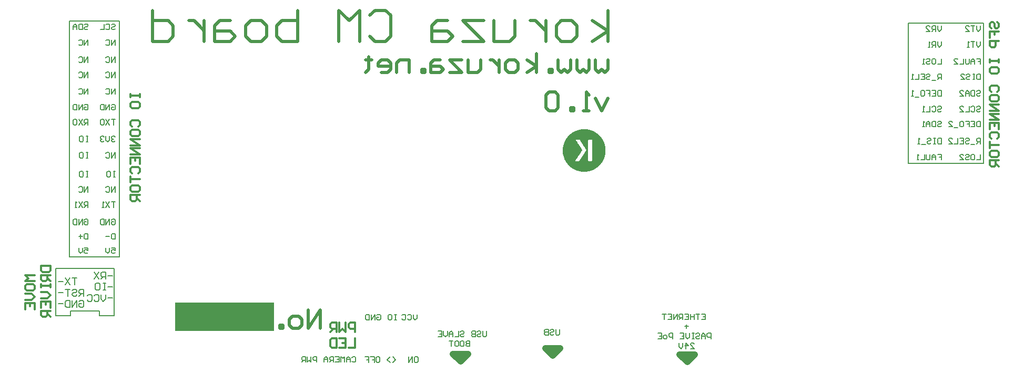
<source format=gbo>
G04 Layer_Color=32896*
%FSAX25Y25*%
%MOIN*%
G70*
G01*
G75*
%ADD51C,0.01181*%
%ADD52C,0.01969*%
%ADD64C,0.03937*%
%ADD140C,0.00100*%
%ADD141C,0.00787*%
%ADD208R,0.62750X0.18000*%
D51*
X1205147Y0323178D02*
X1204163Y0324162D01*
Y0326130D01*
X1205147Y0327114D01*
X1206131D01*
X1207115Y0326130D01*
Y0324162D01*
X1208099Y0323178D01*
X1209083D01*
X1210067Y0324162D01*
Y0326130D01*
X1209083Y0327114D01*
X1204163Y0317275D02*
Y0321211D01*
X1207115D01*
Y0319243D01*
Y0321211D01*
X1210067D01*
Y0315307D02*
X1204163D01*
Y0312355D01*
X1205147Y0311371D01*
X1207115D01*
X1208099Y0312355D01*
Y0315307D01*
X1204163Y0303500D02*
Y0301532D01*
Y0302516D01*
X1210067D01*
Y0303500D01*
Y0301532D01*
X1204163Y0295628D02*
Y0297596D01*
X1205147Y0298580D01*
X1209083D01*
X1210067Y0297596D01*
Y0295628D01*
X1209083Y0294644D01*
X1205147D01*
X1204163Y0295628D01*
X1205147Y0282837D02*
X1204163Y0283821D01*
Y0285789D01*
X1205147Y0286773D01*
X1209083D01*
X1210067Y0285789D01*
Y0283821D01*
X1209083Y0282837D01*
X1204163Y0277918D02*
Y0279885D01*
X1205147Y0280869D01*
X1209083D01*
X1210067Y0279885D01*
Y0277918D01*
X1209083Y0276934D01*
X1205147D01*
X1204163Y0277918D01*
X1210067Y0274966D02*
X1204163D01*
X1210067Y0271030D01*
X1204163D01*
X1210067Y0269062D02*
X1204163D01*
X1210067Y0265126D01*
X1204163D01*
Y0259223D02*
Y0263158D01*
X1210067D01*
Y0259223D01*
X1207115Y0263158D02*
Y0261191D01*
X1205147Y0253319D02*
X1204163Y0254303D01*
Y0256271D01*
X1205147Y0257255D01*
X1209083D01*
X1210067Y0256271D01*
Y0254303D01*
X1209083Y0253319D01*
X1204163Y0251351D02*
Y0247415D01*
Y0249383D01*
X1210067D01*
X1204163Y0242496D02*
Y0244464D01*
X1205147Y0245448D01*
X1209083D01*
X1210067Y0244464D01*
Y0242496D01*
X1209083Y0241512D01*
X1205147D01*
X1204163Y0242496D01*
X1210067Y0239544D02*
X1204163D01*
Y0236592D01*
X1205147Y0235608D01*
X1207115D01*
X1208099Y0236592D01*
Y0239544D01*
Y0237576D02*
X1210067Y0235608D01*
X0659634Y0281541D02*
Y0279573D01*
Y0280557D01*
X0665537D01*
Y0281541D01*
Y0279573D01*
X0659634Y0273670D02*
Y0275638D01*
X0660618Y0276622D01*
X0664553D01*
X0665537Y0275638D01*
Y0273670D01*
X0664553Y0272686D01*
X0660618D01*
X0659634Y0273670D01*
X0660618Y0260879D02*
X0659634Y0261863D01*
Y0263830D01*
X0660618Y0264814D01*
X0664553D01*
X0665537Y0263830D01*
Y0261863D01*
X0664553Y0260879D01*
X0659634Y0255959D02*
Y0257927D01*
X0660618Y0258911D01*
X0664553D01*
X0665537Y0257927D01*
Y0255959D01*
X0664553Y0254975D01*
X0660618D01*
X0659634Y0255959D01*
X0665537Y0253007D02*
X0659634D01*
X0665537Y0249072D01*
X0659634D01*
X0665537Y0247104D02*
X0659634D01*
X0665537Y0243168D01*
X0659634D01*
Y0237264D02*
Y0241200D01*
X0665537D01*
Y0237264D01*
X0662586Y0241200D02*
Y0239232D01*
X0660618Y0231361D02*
X0659634Y0232345D01*
Y0234313D01*
X0660618Y0235296D01*
X0664553D01*
X0665537Y0234313D01*
Y0232345D01*
X0664553Y0231361D01*
X0659634Y0229393D02*
Y0225457D01*
Y0227425D01*
X0665537D01*
X0659634Y0220537D02*
Y0222505D01*
X0660618Y0223489D01*
X0664553D01*
X0665537Y0222505D01*
Y0220537D01*
X0664553Y0219553D01*
X0660618D01*
X0659634Y0220537D01*
X0665537Y0217586D02*
X0659634D01*
Y0214634D01*
X0660618Y0213650D01*
X0662586D01*
X0663569Y0214634D01*
Y0217586D01*
Y0215618D02*
X0665537Y0213650D01*
X0598898Y0166710D02*
X0592994D01*
X0594962Y0164743D01*
X0592994Y0162775D01*
X0598898D01*
X0592994Y0157855D02*
Y0159823D01*
X0593978Y0160807D01*
X0597914D01*
X0598898Y0159823D01*
Y0157855D01*
X0597914Y0156871D01*
X0593978D01*
X0592994Y0157855D01*
Y0154903D02*
X0596930D01*
X0598898Y0152936D01*
X0596930Y0150968D01*
X0592994D01*
Y0145064D02*
Y0149000D01*
X0598898D01*
Y0145064D01*
X0595946Y0149000D02*
Y0147032D01*
X0602913Y0172614D02*
X0608817D01*
Y0169662D01*
X0607833Y0168678D01*
X0603897D01*
X0602913Y0169662D01*
Y0172614D01*
X0608817Y0166710D02*
X0602913D01*
Y0163759D01*
X0603897Y0162775D01*
X0605865D01*
X0606849Y0163759D01*
Y0166710D01*
Y0164743D02*
X0608817Y0162775D01*
X0602913Y0160807D02*
Y0158839D01*
Y0159823D01*
X0608817D01*
Y0160807D01*
Y0158839D01*
X0602913Y0155887D02*
X0606849D01*
X0608817Y0153919D01*
X0606849Y0151952D01*
X0602913D01*
Y0146048D02*
Y0149984D01*
X0608817D01*
Y0146048D01*
X0605865Y0149984D02*
Y0148016D01*
X0608817Y0144080D02*
X0602913D01*
Y0141128D01*
X0603897Y0140144D01*
X0605865D01*
X0606849Y0141128D01*
Y0144080D01*
Y0142112D02*
X0608817Y0140144D01*
X0801921Y0130525D02*
Y0136429D01*
X0798969D01*
X0797986Y0135445D01*
Y0133477D01*
X0798969Y0132493D01*
X0801921D01*
X0796018Y0136429D02*
Y0130525D01*
X0794050Y0132493D01*
X0792082Y0130525D01*
Y0136429D01*
X0790114Y0130525D02*
Y0136429D01*
X0787162D01*
X0786178Y0135445D01*
Y0133477D01*
X0787162Y0132493D01*
X0790114D01*
X0788146D02*
X0786178Y0130525D01*
X0801921Y0126510D02*
Y0120606D01*
X0797986D01*
X0792082Y0126510D02*
X0796018D01*
Y0120606D01*
X0792082D01*
X0796018Y0123558D02*
X0794050D01*
X0790114Y0126510D02*
Y0120606D01*
X0787162D01*
X0786178Y0121590D01*
Y0125526D01*
X0787162Y0126510D01*
X0790114D01*
D52*
X0962248Y0278917D02*
X0958312Y0271045D01*
X0954377Y0278917D01*
X0950441Y0271045D02*
X0946505D01*
X0948473D01*
Y0282852D01*
X0950441Y0280885D01*
X0940602Y0271045D02*
Y0273013D01*
X0938634D01*
Y0271045D01*
X0940602D01*
X0930762Y0280885D02*
X0928794Y0282852D01*
X0924858D01*
X0922891Y0280885D01*
Y0273013D01*
X0924858Y0271045D01*
X0928794D01*
X0930762Y0273013D01*
Y0280885D01*
X0962248Y0303167D02*
Y0297263D01*
X0960280Y0295295D01*
X0958312Y0297263D01*
X0956344Y0295295D01*
X0954377Y0297263D01*
Y0303167D01*
X0950441D02*
Y0297263D01*
X0948473Y0295295D01*
X0946505Y0297263D01*
X0944537Y0295295D01*
X0942569Y0297263D01*
Y0303167D01*
X0938634D02*
Y0297263D01*
X0936666Y0295295D01*
X0934698Y0297263D01*
X0932730Y0295295D01*
X0930762Y0297263D01*
Y0303167D01*
X0926826Y0295295D02*
Y0297263D01*
X0924858D01*
Y0295295D01*
X0926826D01*
X0916987D02*
Y0307102D01*
Y0299231D02*
X0911084Y0303167D01*
X0916987Y0299231D02*
X0911084Y0295295D01*
X0903212D02*
X0899276D01*
X0897308Y0297263D01*
Y0301199D01*
X0899276Y0303167D01*
X0903212D01*
X0905180Y0301199D01*
Y0297263D01*
X0903212Y0295295D01*
X0893373Y0303167D02*
Y0295295D01*
Y0299231D01*
X0891405Y0301199D01*
X0889437Y0303167D01*
X0887469D01*
X0881565D02*
Y0297263D01*
X0879598Y0295295D01*
X0873694D01*
Y0303167D01*
X0869758D02*
X0861887D01*
X0869758Y0295295D01*
X0861887D01*
X0855983Y0303167D02*
X0852048D01*
X0850080Y0301199D01*
Y0295295D01*
X0855983D01*
X0857951Y0297263D01*
X0855983Y0299231D01*
X0850080D01*
X0846144Y0295295D02*
Y0297263D01*
X0844176D01*
Y0295295D01*
X0846144D01*
X0836304D02*
Y0303167D01*
X0830401D01*
X0828433Y0301199D01*
Y0295295D01*
X0818594D02*
X0822529D01*
X0824497Y0297263D01*
Y0301199D01*
X0822529Y0303167D01*
X0818594D01*
X0816626Y0301199D01*
Y0299231D01*
X0824497D01*
X0810722Y0305135D02*
Y0303167D01*
X0812690D01*
X0808754D01*
X0810722D01*
Y0297263D01*
X0808754Y0295295D01*
X0962248Y0315045D02*
Y0334724D01*
Y0321605D02*
X0952409Y0328164D01*
X0962248Y0321605D02*
X0952409Y0315045D01*
X0939289D02*
X0932730D01*
X0929450Y0318325D01*
Y0324885D01*
X0932730Y0328164D01*
X0939289D01*
X0942569Y0324885D01*
Y0318325D01*
X0939289Y0315045D01*
X0922891Y0328164D02*
Y0315045D01*
Y0321605D01*
X0919611Y0324885D01*
X0916331Y0328164D01*
X0913051D01*
X0903212D02*
Y0318325D01*
X0899932Y0315045D01*
X0890093D01*
Y0328164D01*
X0883533D02*
X0870414D01*
X0883533Y0315045D01*
X0870414D01*
X0860575Y0328164D02*
X0854015D01*
X0850735Y0324885D01*
Y0315045D01*
X0860575D01*
X0863855Y0318325D01*
X0860575Y0321605D01*
X0850735D01*
X0811378Y0331444D02*
X0814658Y0334724D01*
X0821218D01*
X0824497Y0331444D01*
Y0318325D01*
X0821218Y0315045D01*
X0814658D01*
X0811378Y0318325D01*
X0804819Y0315045D02*
Y0334724D01*
X0798259Y0328164D01*
X0791699Y0334724D01*
Y0315045D01*
X0765461Y0334724D02*
Y0315045D01*
X0755622D01*
X0752342Y0318325D01*
Y0321605D01*
Y0324885D01*
X0755622Y0328164D01*
X0765461D01*
X0742503Y0315045D02*
X0735943D01*
X0732663Y0318325D01*
Y0324885D01*
X0735943Y0328164D01*
X0742503D01*
X0745783Y0324885D01*
Y0318325D01*
X0742503Y0315045D01*
X0722824Y0328164D02*
X0716264D01*
X0712985Y0324885D01*
Y0315045D01*
X0722824D01*
X0726104Y0318325D01*
X0722824Y0321605D01*
X0712985D01*
X0706425Y0328164D02*
Y0315045D01*
Y0321605D01*
X0703145Y0324885D01*
X0699866Y0328164D01*
X0696586D01*
X0673627Y0334724D02*
Y0315045D01*
X0683467D01*
X0686747Y0318325D01*
Y0324885D01*
X0683467Y0328164D01*
X0673627D01*
X0779998Y0132795D02*
Y0144602D01*
X0772126Y0132795D01*
Y0144602D01*
X0766223Y0132795D02*
X0762287D01*
X0760319Y0134763D01*
Y0138699D01*
X0762287Y0140667D01*
X0766223D01*
X0768191Y0138699D01*
Y0134763D01*
X0766223Y0132795D01*
X0756384D02*
Y0134763D01*
X0754416D01*
Y0132795D01*
X0756384D01*
D64*
X1007748Y0116295D02*
X1012498Y0111545D01*
X1017248Y0116295D01*
X1007748D02*
X1017248D01*
X0864055Y0116634D02*
X0873555D01*
X0868805Y0111884D02*
X0873555Y0116634D01*
X0864055D02*
X0868805Y0111884D01*
X0922466Y0120238D02*
X0927217Y0115488D01*
X0931966Y0120238D01*
X0922466D02*
X0931966D01*
D140*
X0952248Y0233595D02*
X0952348D01*
X0951448Y0233295D02*
X0951548D01*
X0950448Y0232995D02*
X0950548D01*
X0948348Y0232595D02*
X0948448D01*
X0948148D02*
X0948248D01*
X0947148Y0232495D02*
X0947248D01*
X0947148Y0243795D02*
X0949348D01*
X0946948Y0243695D02*
X0949348D01*
X0947048Y0243595D02*
X0949348D01*
X0946848Y0243495D02*
X0949348D01*
X0946948Y0243395D02*
X0949348D01*
X0946748D02*
X0946848D01*
X0946748Y0243295D02*
X0949348D01*
X0946748Y0243195D02*
X0949348D01*
X0946648Y0243095D02*
X0949348D01*
X0946548Y0242995D02*
X0949348D01*
X0946548Y0242895D02*
X0949348D01*
X0946448Y0242795D02*
X0949348D01*
X0946448Y0249595D02*
X0949348D01*
X0946448Y0249495D02*
X0949348D01*
X0946548Y0249395D02*
X0949348D01*
X0946648Y0249295D02*
X0949348D01*
X0946648Y0249195D02*
X0949348D01*
X0946748Y0249095D02*
X0949348D01*
X0946748Y0248995D02*
X0949348D01*
X0946848Y0248895D02*
X0949348D01*
X0946948Y0248795D02*
X0949348D01*
X0946948Y0248695D02*
X0949348D01*
X0947048Y0248595D02*
X0949348D01*
X0947148Y0248495D02*
X0949348D01*
X0947148Y0248395D02*
X0949348D01*
X0947248Y0248295D02*
X0949348D01*
X0947348Y0248195D02*
X0949348D01*
X0947348Y0248095D02*
X0949348D01*
X0947448Y0247995D02*
X0949348D01*
X0947448Y0247895D02*
X0949348D01*
X0947448Y0247795D02*
X0949348D01*
X0947648Y0247695D02*
X0949348D01*
X0947748Y0247595D02*
X0949348D01*
X0947648Y0247495D02*
X0949348D01*
X0947848Y0247395D02*
X0949348D01*
X0947948Y0247295D02*
X0949348D01*
X0947848Y0247195D02*
X0949348D01*
X0948048Y0247095D02*
X0949348D01*
X0948048Y0246995D02*
X0949348D01*
X0948148Y0246895D02*
X0949348D01*
X0948148Y0246795D02*
X0949348D01*
X0948248Y0246695D02*
X0949348D01*
X0948348Y0246595D02*
X0949348D01*
X0948348Y0246495D02*
X0949348D01*
X0948448Y0246395D02*
X0949348D01*
X0948448Y0246295D02*
X0949348D01*
X0948448Y0246195D02*
X0949348D01*
X0948548Y0246095D02*
X0949348D01*
X0948448Y0245995D02*
X0949348D01*
X0948448Y0245895D02*
X0949348D01*
X0948348Y0245795D02*
X0949348D01*
X0948348Y0245695D02*
X0949348D01*
X0948348Y0245595D02*
X0949348D01*
X0948148Y0245495D02*
X0949348D01*
X0948248Y0245395D02*
X0949348D01*
X0948048D02*
X0948148D01*
Y0245295D02*
X0949348D01*
X0947948Y0245195D02*
X0949348D01*
X0948048Y0245095D02*
X0949348D01*
X0947848D02*
X0947948D01*
X0947848Y0244995D02*
X0949348D01*
X0947748Y0244895D02*
X0949348D01*
X0947748Y0244795D02*
X0949348D01*
X0947648Y0244695D02*
X0949348D01*
X0947548Y0244595D02*
X0949348D01*
X0947648Y0244495D02*
X0949348D01*
X0947448D02*
X0947548D01*
Y0244395D02*
X0949348D01*
X0947448Y0244295D02*
X0949348D01*
X0947348Y0244195D02*
X0949348D01*
X0947248Y0244095D02*
X0949348D01*
X0947248Y0243995D02*
X0949348D01*
X0946948Y0259295D02*
X0947048D01*
X0948148Y0259195D02*
X0948248D01*
X0949148Y0259095D02*
X0949248D01*
X0950848Y0258695D02*
X0950948D01*
X0951748Y0258395D02*
X0951848D01*
X0951648Y0252795D02*
X0951748D01*
X0951448D02*
X0951548D01*
X0951248D02*
X0951348D01*
X0950848D02*
X0950948D01*
X0950648D02*
X0950748D01*
X0950248D02*
X0950348D01*
X0950048D02*
X0950148D01*
X0949648D02*
X0949748D01*
X0943048Y0233095D02*
X0943148D01*
X0944848Y0232695D02*
X0944948D01*
X0945648Y0232595D02*
X0945748D01*
X0943948Y0243695D02*
X0944048D01*
X0942348Y0241295D02*
X0942448D01*
X0945248Y0251295D02*
X0945348D01*
X0945948Y0250195D02*
X0946048D01*
X0944148Y0248395D02*
X0944248D01*
X0944748Y0247495D02*
X0944848D01*
X0945748Y0259195D02*
X0945848D01*
X0944848Y0259095D02*
X0944948D01*
X0943848Y0258895D02*
X0943948D01*
X0944048Y0252795D02*
X0944148D01*
X0943748D02*
X0943948D01*
X0943548D02*
X0943648D01*
X0943248D02*
X0943348D01*
X0942948D02*
X0943148D01*
X0942648D02*
X0942748D01*
X0942148D02*
X0942548D01*
X0941848D02*
X0942048D01*
X0941648D02*
X0941748D01*
X0947148Y0243895D02*
X0949348D01*
X0938248Y0235795D02*
X0955748D01*
X0938348Y0235695D02*
X0955648D01*
X0938448Y0235595D02*
X0955548D01*
X0938648Y0235495D02*
X0955348D01*
X0938648Y0235395D02*
X0955248D01*
X0938848Y0235295D02*
X0955148D01*
X0938948Y0235195D02*
X0955048D01*
X0939148Y0235095D02*
X0954848D01*
X0939348Y0234995D02*
X0954748D01*
X0939348Y0234895D02*
X0954548D01*
X0939548Y0234795D02*
X0954548D01*
X0939648Y0234695D02*
X0954248D01*
X0939848Y0234595D02*
X0954148D01*
X0940048Y0234495D02*
X0953948D01*
X0940148Y0234395D02*
X0953748D01*
X0940348Y0234295D02*
X0953648D01*
X0940548Y0234195D02*
X0953548D01*
X0940748Y0234095D02*
X0953248D01*
X0940848Y0233995D02*
X0953148D01*
X0941048Y0233895D02*
X0952848D01*
X0941348Y0233795D02*
X0952748D01*
X0941548Y0233695D02*
X0952448D01*
X0941748Y0233595D02*
X0952148D01*
X0941948Y0233495D02*
X0952048D01*
X0942248Y0233395D02*
X0951648D01*
X0942548Y0233295D02*
X0951348D01*
X0942848Y0233195D02*
X0951148D01*
X0943248Y0233095D02*
X0950748D01*
X0943548Y0232995D02*
X0950348D01*
X0943948Y0232895D02*
X0950048D01*
X0944348Y0232795D02*
X0949648D01*
X0945048Y0232695D02*
X0948948D01*
X0945948Y0232595D02*
X0948048D01*
X0933848Y0243795D02*
X0944048D01*
X0933748Y0243695D02*
X0943848D01*
X0933848Y0243595D02*
X0943848D01*
X0933848Y0243495D02*
X0943748D01*
X0933848Y0243395D02*
X0943848D01*
X0933848Y0243295D02*
X0943648D01*
X0933948Y0243195D02*
X0943548D01*
X0933948Y0243095D02*
X0943648D01*
X0933948Y0242995D02*
X0943548D01*
X0933948Y0242895D02*
X0943348D01*
X0934048Y0242795D02*
X0943448D01*
X0946348Y0242695D02*
X0949348D01*
X0933948D02*
X0943248D01*
X0946348Y0242595D02*
X0949348D01*
X0934048D02*
X0943248D01*
X0946248Y0242495D02*
X0949348D01*
X0934048D02*
X0943148D01*
X0946148Y0242395D02*
X0949348D01*
X0934148D02*
X0943048D01*
X0946148Y0242295D02*
X0949348D01*
X0934148D02*
X0943048D01*
X0946048Y0242195D02*
X0949348D01*
X0934148D02*
X0942948D01*
X0945948Y0242095D02*
X0949348D01*
X0934248D02*
X0942848D01*
X0946048Y0241995D02*
X0949348D01*
X0934148D02*
X0942848D01*
X0945848Y0241895D02*
X0949348D01*
X0934248D02*
X0942748D01*
X0945848Y0241795D02*
X0949348D01*
X0934248D02*
X0942748D01*
X0945748Y0241695D02*
X0949348D01*
X0934348D02*
X0942548D01*
X0945648Y0241595D02*
X0949348D01*
X0934348D02*
X0942648D01*
X0945548Y0241495D02*
X0949348D01*
X0934448D02*
X0942448D01*
X0945548Y0241395D02*
X0949348D01*
X0934448D02*
X0942448D01*
X0945548Y0241295D02*
X0949348D01*
X0934448D02*
X0942248D01*
X0945348Y0241195D02*
X0949348D01*
X0934548D02*
X0942248D01*
X0945348Y0241095D02*
X0949348D01*
X0934448D02*
X0942248D01*
X0945348Y0240995D02*
X0949348D01*
X0934548D02*
X0942148D01*
X0945148Y0240895D02*
X0949348D01*
X0934648D02*
X0942148D01*
X0945148Y0240795D02*
X0949348D01*
X0934648D02*
X0941948D01*
X0945148Y0240695D02*
X0949348D01*
X0934648D02*
X0941948D01*
X0944948Y0240595D02*
X0949348D01*
X0934748D02*
X0941848D01*
X0945048Y0240495D02*
X0949348D01*
X0934748D02*
X0941848D01*
X0944848Y0240395D02*
X0949348D01*
X0934748D02*
X0941748D01*
X0944948Y0240295D02*
X0949348D01*
X0934848D02*
X0941648D01*
X0944848Y0240195D02*
X0949348D01*
X0934848D02*
X0941648D01*
X0944648Y0240095D02*
X0949348D01*
X0934948D02*
X0941548D01*
X0944548Y0239995D02*
X0949348D01*
X0935048D02*
X0941548D01*
X0944648Y0239895D02*
X0949348D01*
X0935048D02*
X0941448D01*
X0944548Y0239795D02*
X0949348D01*
X0935048D02*
X0941348D01*
X0944448Y0239695D02*
X0949348D01*
X0935148D02*
X0941248D01*
X0944348Y0239595D02*
X0949348D01*
X0935248D02*
X0941248D01*
X0944348Y0239495D02*
X0949348D01*
X0935248D02*
X0941148D01*
X0944248Y0239395D02*
X0949348D01*
X0935348D02*
X0941148D01*
X0944148Y0239295D02*
X0949348D01*
X0935348D02*
X0941048D01*
X0944148Y0239195D02*
X0949348D01*
X0935448D02*
X0941048D01*
X0943848Y0239095D02*
X0949448D01*
X0935448D02*
X0941148D01*
X0943748Y0238995D02*
X0949648D01*
X0935448D02*
X0941248D01*
X0935748Y0238695D02*
X0958248D01*
X0935848Y0238595D02*
X0958148D01*
X0935848Y0238495D02*
X0958148D01*
X0935848Y0238395D02*
X0958148D01*
X0936048Y0238295D02*
X0957948D01*
X0936048Y0238195D02*
X0957948D01*
X0936148Y0238095D02*
X0957948D01*
X0936248Y0237995D02*
X0957748D01*
X0936248Y0237895D02*
X0957748D01*
X0936348Y0237795D02*
X0957648D01*
X0936448Y0237695D02*
X0957548D01*
X0936548Y0237595D02*
X0957448D01*
X0936548Y0237495D02*
X0957348D01*
X0936648Y0237395D02*
X0957348D01*
X0936748Y0237295D02*
X0957248D01*
X0936848Y0237195D02*
X0957148D01*
X0936948Y0237095D02*
X0957148D01*
X0937048Y0236995D02*
X0956948D01*
X0937148Y0236895D02*
X0956848D01*
X0937148Y0236795D02*
X0956748D01*
X0937348Y0236695D02*
X0956748D01*
X0937348Y0236595D02*
X0956548D01*
X0937448Y0236495D02*
X0956548D01*
X0937548Y0236395D02*
X0956348D01*
X0937748Y0236295D02*
X0956348D01*
X0937848Y0236195D02*
X0956148D01*
X0937948Y0236095D02*
X0956148D01*
X0937948Y0235995D02*
X0955948D01*
X0945048Y0251795D02*
X0949348D01*
X0934948D02*
X0941848D01*
X0945048Y0251695D02*
X0949348D01*
X0934948D02*
X0942048D01*
X0945148Y0251595D02*
X0949348D01*
X0934948D02*
X0942048D01*
X0945148Y0251495D02*
X0949348D01*
X0934848D02*
X0942148D01*
X0945348Y0251395D02*
X0949348D01*
X0934748D02*
X0942248D01*
X0945448Y0251295D02*
X0949348D01*
X0934748D02*
X0942148D01*
X0945348Y0251195D02*
X0949348D01*
X0934748D02*
X0942348D01*
X0945448Y0251095D02*
X0949348D01*
X0934648D02*
X0942448D01*
X0945548Y0250995D02*
X0949348D01*
X0934648D02*
X0942548D01*
X0945548Y0250895D02*
X0949348D01*
X0934548D02*
X0942448D01*
X0945648Y0250795D02*
X0949348D01*
X0934548D02*
X0942548D01*
X0945748Y0250695D02*
X0949348D01*
X0934548D02*
X0942648D01*
X0945748Y0250595D02*
X0949348D01*
X0934548D02*
X0942748D01*
X0945848Y0250495D02*
X0949348D01*
X0934448D02*
X0942748D01*
X0945948Y0250395D02*
X0949348D01*
X0934448D02*
X0942848D01*
X0945948Y0250295D02*
X0949348D01*
X0934348D02*
X0942948D01*
X0946148Y0250195D02*
X0949348D01*
X0934348D02*
X0942948D01*
X0946048Y0250095D02*
X0949348D01*
X0934348D02*
X0943048D01*
X0946148Y0249995D02*
X0949348D01*
X0934248D02*
X0943148D01*
X0946248Y0249895D02*
X0949348D01*
X0934248D02*
X0943148D01*
X0946248Y0249795D02*
X0949348D01*
X0934248D02*
X0943248D01*
X0946348Y0249695D02*
X0949348D01*
X0934148D02*
X0943348D01*
X0934148Y0249595D02*
X0943348D01*
X0934148Y0249495D02*
X0943448D01*
X0934148Y0249395D02*
X0943448D01*
X0934048Y0249295D02*
X0943648D01*
X0934048Y0249195D02*
X0943648D01*
X0934048Y0249095D02*
X0943648D01*
X0934048Y0248995D02*
X0943748D01*
X0933948Y0248895D02*
X0943848D01*
X0933948Y0248795D02*
X0943948D01*
X0933948Y0248695D02*
X0943948D01*
X0933948Y0248595D02*
X0944048D01*
X0933848Y0248495D02*
X0944148D01*
X0933848Y0248395D02*
X0944048D01*
X0933848Y0248295D02*
X0944148D01*
X0933848Y0248195D02*
X0944348D01*
X0933848Y0248095D02*
X0944248D01*
X0933748Y0247995D02*
X0944448D01*
X0933848Y0247895D02*
X0944548D01*
X0933748Y0247795D02*
X0944548D01*
X0933748Y0247695D02*
X0944648D01*
X0933748Y0247595D02*
X0944648D01*
X0933748Y0247495D02*
X0944648D01*
X0933748Y0247395D02*
X0944848D01*
X0933748Y0247295D02*
X0944848D01*
X0933648Y0247195D02*
X0944948D01*
X0933748Y0247095D02*
X0945048D01*
X0933748Y0246995D02*
X0945048D01*
X0933648Y0246895D02*
X0945148D01*
X0933648Y0246795D02*
X0945248D01*
X0933648Y0246695D02*
X0945248D01*
X0933648Y0246595D02*
X0945348D01*
X0933648Y0246495D02*
X0945348D01*
X0933648Y0246395D02*
X0945448D01*
X0933648Y0246295D02*
X0945548D01*
X0933548Y0246195D02*
X0945648D01*
X0933648Y0246095D02*
X0945548D01*
X0933648Y0245995D02*
X0945448D01*
X0933648Y0245895D02*
X0945448D01*
X0933648Y0245795D02*
X0945348D01*
X0933548Y0245695D02*
X0945248D01*
X0933648Y0245595D02*
X0945248D01*
X0933648Y0245495D02*
X0945148D01*
X0933648Y0245395D02*
X0945048D01*
X0933648Y0245295D02*
X0945048D01*
X0933648Y0245195D02*
X0944948D01*
X0933648Y0245095D02*
X0944848D01*
X0933648Y0244995D02*
X0944848D01*
X0933648Y0244895D02*
X0944748D01*
X0933748Y0244795D02*
X0944648D01*
X0933748Y0244695D02*
X0944648D01*
X0933748Y0244595D02*
X0944548D01*
X0933748Y0244495D02*
X0944448D01*
X0933748Y0244395D02*
X0944448D01*
X0933748Y0244295D02*
X0944348D01*
X0933748Y0244195D02*
X0944348D01*
X0933748Y0244095D02*
X0944148D01*
X0933748Y0243995D02*
X0944248D01*
X0945948Y0259195D02*
X0948048D01*
X0945048Y0259095D02*
X0948948D01*
X0944348Y0258995D02*
X0949648D01*
X0944048Y0258895D02*
X0950048D01*
X0943548Y0258795D02*
X0950448D01*
X0943148Y0258695D02*
X0950748D01*
X0942848Y0258595D02*
X0951148D01*
X0942648Y0258495D02*
X0951448D01*
X0942248Y0258395D02*
X0951648D01*
X0941948Y0258295D02*
X0951948D01*
X0941748Y0258195D02*
X0952248D01*
X0941548Y0258095D02*
X0952448D01*
X0941348Y0257995D02*
X0952648D01*
X0941048Y0257895D02*
X0952948D01*
X0940948Y0257795D02*
X0953148D01*
X0940748Y0257695D02*
X0953348D01*
X0940548Y0257595D02*
X0953448D01*
X0940248Y0257495D02*
X0953648D01*
X0940148Y0257395D02*
X0953848D01*
X0940048Y0257295D02*
X0953948D01*
X0939848Y0257195D02*
X0954148D01*
X0939648Y0257095D02*
X0954348D01*
X0939548Y0256995D02*
X0954448D01*
X0939348Y0256895D02*
X0954548D01*
X0939248Y0256795D02*
X0954748D01*
X0939148Y0256695D02*
X0954848D01*
X0938948Y0256595D02*
X0955048D01*
X0938848Y0256495D02*
X0955148D01*
X0938748Y0256395D02*
X0955348D01*
X0938548Y0256295D02*
X0955348D01*
X0938448Y0256195D02*
X0955448D01*
X0938348Y0256095D02*
X0955648D01*
X0938248Y0255995D02*
X0955848D01*
X0938148Y0255895D02*
X0955848D01*
X0937948Y0255795D02*
X0955948D01*
X0937948Y0255695D02*
X0956048D01*
X0937848Y0255595D02*
X0956248D01*
X0937648Y0255495D02*
X0956348D01*
X0937648Y0255395D02*
X0956348D01*
X0937448Y0255295D02*
X0956548D01*
X0937348Y0255195D02*
X0956548D01*
X0937348Y0255095D02*
X0956748D01*
X0937148Y0254995D02*
X0956848D01*
X0937148Y0254895D02*
X0956848D01*
X0937048Y0254795D02*
X0956948D01*
X0936948Y0254695D02*
X0957048D01*
X0936848Y0254595D02*
X0957148D01*
X0936748Y0254495D02*
X0957148D01*
X0936648Y0254395D02*
X0957348D01*
X0936548Y0254295D02*
X0957448D01*
X0936548Y0254195D02*
X0957448D01*
X0936448Y0254095D02*
X0957648D01*
X0936348Y0253995D02*
X0957648D01*
X0936348Y0253895D02*
X0957648D01*
X0936248Y0253795D02*
X0957848D01*
X0936048Y0253695D02*
X0957848D01*
X0936048Y0253595D02*
X0957848D01*
X0936048Y0253495D02*
X0958048D01*
X0935948Y0253395D02*
X0958048D01*
X0935848Y0253295D02*
X0958148D01*
X0935748Y0253195D02*
X0958248D01*
X0935748Y0253095D02*
X0958248D01*
X0944248Y0252795D02*
X0949548D01*
X0935548D02*
X0941548D01*
X0944448Y0252695D02*
X0949448D01*
X0935448D02*
X0941448D01*
X0944448Y0252595D02*
X0949348D01*
X0935448D02*
X0941448D01*
X0944648Y0252495D02*
X0949348D01*
X0935348D02*
X0941448D01*
X0944748Y0252395D02*
X0949348D01*
X0935348D02*
X0941548D01*
X0944648Y0252295D02*
X0949348D01*
X0935248D02*
X0941648D01*
X0944748Y0252195D02*
X0949348D01*
X0935148D02*
X0941648D01*
X0944848Y0252095D02*
X0949348D01*
X0935148D02*
X0941748D01*
X0944848Y0251995D02*
X0949348D01*
X0935148D02*
X0941748D01*
X0938148Y0235895D02*
X0955948D01*
X0945048Y0251895D02*
X0949348D01*
X0935048D02*
X0941848D01*
X0933848Y0243895D02*
X0944048D01*
X0952248Y0243795D02*
X0960148D01*
X0952248Y0243695D02*
X0960148D01*
X0952148Y0243595D02*
X0960148D01*
X0952248Y0243495D02*
X0960148D01*
X0952248Y0243395D02*
X0960148D01*
X0952248Y0243295D02*
X0960048D01*
X0952148Y0243195D02*
X0960048D01*
X0952248Y0243095D02*
X0960148D01*
X0952248Y0242995D02*
X0960048D01*
X0952248Y0242895D02*
X0960048D01*
X0952148Y0242795D02*
X0960048D01*
X0952248Y0242695D02*
X0959948D01*
X0952148Y0242595D02*
X0959948D01*
X0952248Y0242495D02*
X0959948D01*
X0952248Y0242395D02*
X0959848D01*
X0952148Y0242295D02*
X0959848D01*
X0952248Y0242195D02*
X0959848D01*
X0952248Y0242095D02*
X0959748D01*
X0952148Y0241995D02*
X0959848D01*
X0952248Y0241895D02*
X0959748D01*
X0952248Y0241795D02*
X0959648D01*
X0952148Y0241695D02*
X0959648D01*
X0952248Y0241595D02*
X0959648D01*
X0952248Y0241495D02*
X0959648D01*
X0952248Y0241395D02*
X0959548D01*
X0952248Y0241295D02*
X0959548D01*
X0952148Y0241195D02*
X0959548D01*
X0952248Y0241095D02*
X0959448D01*
X0952248Y0240995D02*
X0959448D01*
X0952248Y0240895D02*
X0959348D01*
X0952148Y0240795D02*
X0959348D01*
X0952248Y0240695D02*
X0959348D01*
X0952148Y0240595D02*
X0959248D01*
X0952248Y0240495D02*
X0959248D01*
X0952248Y0240395D02*
X0959248D01*
X0952148Y0240295D02*
X0959148D01*
X0952248Y0240195D02*
X0959148D01*
X0952248Y0240095D02*
X0959048D01*
X0952148Y0239995D02*
X0958948D01*
X0952248Y0239895D02*
X0958948D01*
X0952248Y0239795D02*
X0958948D01*
X0952248Y0239695D02*
X0958848D01*
X0952148Y0239595D02*
X0958748D01*
X0952248Y0239495D02*
X0958748D01*
X0952248Y0239395D02*
X0958748D01*
X0952148Y0239295D02*
X0958548D01*
X0952148Y0239195D02*
X0958548D01*
X0952048Y0239095D02*
X0958548D01*
X0951948Y0238995D02*
X0958448D01*
X0935648Y0238895D02*
X0958348D01*
X0935648Y0238795D02*
X0958348D01*
X0952248Y0251795D02*
X0958948D01*
X0952248Y0251695D02*
X0959048D01*
X0952148Y0251595D02*
X0959148D01*
X0952248Y0251495D02*
X0959148D01*
X0952248Y0251395D02*
X0959148D01*
X0952248Y0251295D02*
X0959248D01*
X0952148Y0251195D02*
X0959248D01*
X0952248Y0251095D02*
X0959348D01*
X0952248Y0250995D02*
X0959348D01*
X0952248Y0250895D02*
X0959448D01*
X0952148Y0250795D02*
X0959448D01*
X0952248Y0250695D02*
X0959448D01*
X0952148Y0250595D02*
X0959448D01*
X0952248Y0250495D02*
X0959548D01*
X0952248Y0250395D02*
X0959548D01*
X0952148Y0250295D02*
X0959648D01*
X0952248Y0250195D02*
X0959648D01*
X0952248Y0250095D02*
X0959748D01*
X0952148Y0249995D02*
X0959648D01*
X0952248Y0249895D02*
X0959748D01*
X0952248Y0249795D02*
X0959848D01*
X0952248Y0249695D02*
X0959748D01*
X0952148Y0249595D02*
X0959848D01*
X0952248Y0249495D02*
X0959848D01*
X0952248Y0249395D02*
X0959848D01*
X0952248Y0249295D02*
X0959948D01*
X0952148Y0249195D02*
X0959948D01*
X0952248Y0249095D02*
X0959948D01*
X0952148Y0248995D02*
X0959948D01*
X0952248Y0248895D02*
X0960048D01*
X0952248Y0248795D02*
X0960048D01*
X0952148Y0248695D02*
X0960148D01*
X0952248Y0248595D02*
X0960048D01*
X0952248Y0248495D02*
X0960148D01*
X0952148Y0248395D02*
X0960148D01*
X0952248Y0248295D02*
X0960148D01*
X0952248Y0248195D02*
X0960148D01*
X0952248Y0248095D02*
X0960148D01*
X0952148Y0247995D02*
X0960248D01*
X0952248Y0247895D02*
X0960148D01*
X0952248Y0247795D02*
X0960248D01*
X0952248Y0247695D02*
X0960248D01*
X0952148Y0247595D02*
X0960248D01*
X0952248Y0247495D02*
X0960248D01*
X0952148Y0247395D02*
X0960248D01*
X0952248Y0247295D02*
X0960248D01*
X0952248Y0247195D02*
X0960348D01*
X0952148Y0247095D02*
X0960248D01*
X0952248Y0246995D02*
X0960348D01*
X0952248Y0246895D02*
X0960248D01*
X0952148Y0246795D02*
X0960348D01*
X0952248Y0246695D02*
X0960348D01*
X0952248Y0246595D02*
X0960348D01*
X0952248Y0246495D02*
X0960348D01*
X0952148Y0246395D02*
X0960348D01*
X0952248Y0246295D02*
X0960348D01*
X0952248Y0246195D02*
X0960348D01*
X0952248Y0246095D02*
X0960348D01*
X0952148Y0245995D02*
X0960348D01*
X0952248Y0245895D02*
X0960348D01*
X0952148Y0245795D02*
X0960348D01*
X0952248Y0245695D02*
X0960348D01*
X0952248Y0245595D02*
X0960348D01*
X0952148Y0245495D02*
X0960348D01*
X0952248Y0245395D02*
X0960348D01*
X0952248Y0245295D02*
X0960348D01*
X0952148Y0245195D02*
X0960348D01*
X0952248Y0245095D02*
X0960348D01*
X0952248Y0244995D02*
X0960248D01*
X0952248Y0244895D02*
X0960348D01*
X0952148Y0244795D02*
X0960348D01*
X0952248Y0244695D02*
X0960248D01*
X0952248Y0244595D02*
X0960248D01*
X0952248Y0244495D02*
X0960348D01*
X0952148Y0244395D02*
X0960248D01*
X0952248Y0244295D02*
X0960248D01*
X0952148Y0244195D02*
X0960248D01*
X0952248Y0244095D02*
X0960248D01*
X0952248Y0243995D02*
X0960248D01*
X0935648Y0252995D02*
X0958348D01*
X0935648Y0252895D02*
X0958348D01*
X0951848Y0252795D02*
X0958448D01*
X0952148Y0252695D02*
X0958548D01*
X0952148Y0252595D02*
X0958648D01*
X0952248Y0252495D02*
X0958648D01*
X0952248Y0252395D02*
X0958648D01*
X0952148Y0252295D02*
X0958748D01*
X0952248Y0252195D02*
X0958748D01*
X0952148Y0252095D02*
X0958848D01*
X0952248Y0251995D02*
X0958948D01*
X0952248Y0251895D02*
X0958948D01*
X0952148Y0243895D02*
X0960148D01*
D141*
X1152681Y0237589D02*
Y0326589D01*
Y0237589D02*
X1200181D01*
Y0326589D01*
X1152681D02*
X1200181D01*
X0620968Y0178222D02*
Y0327972D01*
Y0178222D02*
X0652468D01*
Y0327972D01*
X0620968D02*
X0652468D01*
X0639998Y0140795D02*
Y0143795D01*
X0636998D02*
X0639998D01*
X0621498D02*
X0624498D01*
X0621498Y0140795D02*
Y0143795D01*
X0639998Y0140795D02*
X0649248D01*
X0612248D02*
X0621498D01*
X0649248D02*
Y0170795D01*
X0624498Y0143795D02*
X0636998D01*
X0612248Y0140795D02*
Y0170795D01*
X0649248D01*
X1021557Y0142046D02*
X1023918D01*
Y0138504D01*
X1021557D01*
X1023918Y0140275D02*
X1022738D01*
X1020376Y0142046D02*
X1018015D01*
X1019196D01*
Y0138504D01*
X1016834Y0142046D02*
Y0138504D01*
Y0140275D01*
X1014473D01*
Y0142046D01*
Y0138504D01*
X1010931Y0142046D02*
X1013292D01*
Y0138504D01*
X1010931D01*
X1013292Y0140275D02*
X1012111D01*
X1009750Y0138504D02*
Y0142046D01*
X1007979D01*
X1007388Y0141455D01*
Y0140275D01*
X1007979Y0139684D01*
X1009750D01*
X1008569D02*
X1007388Y0138504D01*
X1006208D02*
Y0142046D01*
X1003846Y0138504D01*
Y0142046D01*
X1000304D02*
X1002666D01*
Y0138504D01*
X1000304D01*
X1002666Y0140275D02*
X1001485D01*
X0999123Y0142046D02*
X0996762D01*
X0997943D01*
Y0138504D01*
X1013292Y0134134D02*
X1010931D01*
X1012111Y0135315D02*
Y0132954D01*
X1027461Y0126223D02*
Y0129765D01*
X1025690D01*
X1025099Y0129175D01*
Y0127994D01*
X1025690Y0127404D01*
X1027461D01*
X1023918Y0126223D02*
Y0128584D01*
X1022738Y0129765D01*
X1021557Y0128584D01*
Y0126223D01*
Y0127994D01*
X1023918D01*
X1018015Y0129175D02*
X1018605Y0129765D01*
X1019786D01*
X1020376Y0129175D01*
Y0128584D01*
X1019786Y0127994D01*
X1018605D01*
X1018015Y0127404D01*
Y0126813D01*
X1018605Y0126223D01*
X1019786D01*
X1020376Y0126813D01*
X1016834Y0129765D02*
X1015653D01*
X1016244D01*
Y0126223D01*
X1016834D01*
X1015653D01*
X1013882Y0129765D02*
Y0127404D01*
X1012702Y0126223D01*
X1011521Y0127404D01*
Y0129765D01*
X1007979D02*
X1010340D01*
Y0126223D01*
X1007979D01*
X1010340Y0127994D02*
X1009159D01*
X1003256Y0126223D02*
Y0129765D01*
X1001485D01*
X1000894Y0129175D01*
Y0127994D01*
X1001485Y0127404D01*
X1003256D01*
X0999123Y0126223D02*
X0997943D01*
X0997352Y0126813D01*
Y0127994D01*
X0997943Y0128584D01*
X0999123D01*
X0999714Y0127994D01*
Y0126813D01*
X0999123Y0126223D01*
X0993810Y0129765D02*
X0996171D01*
Y0126223D01*
X0993810D01*
X0996171Y0127994D02*
X0994991D01*
X1014473Y0120083D02*
X1016834D01*
X1014473Y0122444D01*
Y0123034D01*
X1015063Y0123625D01*
X1016244D01*
X1016834Y0123034D01*
X1011521Y0120083D02*
Y0123625D01*
X1013292Y0121854D01*
X1010931D01*
X1009750Y0123625D02*
Y0121263D01*
X1008569Y0120083D01*
X1007388Y0121263D01*
Y0123625D01*
X0648211Y0166417D02*
X0645324D01*
X0643881Y0164252D02*
Y0168582D01*
X0641717D01*
X0640995Y0167860D01*
Y0166417D01*
X0641717Y0165696D01*
X0643881D01*
X0642438D02*
X0640995Y0164252D01*
X0639552Y0168582D02*
X0636666Y0164252D01*
Y0168582D02*
X0639552Y0164252D01*
X0648211Y0159332D02*
X0645324D01*
X0643881Y0161497D02*
X0642438D01*
X0643160D01*
Y0157168D01*
X0643881D01*
X0642438D01*
X0638109Y0161497D02*
X0639552D01*
X0640274Y0160775D01*
Y0157889D01*
X0639552Y0157168D01*
X0638109D01*
X0637387Y0157889D01*
Y0160775D01*
X0638109Y0161497D01*
X0648211Y0152247D02*
X0645324D01*
X0643881Y0154412D02*
Y0151526D01*
X0642438Y0150083D01*
X0640995Y0151526D01*
Y0154412D01*
X0636666Y0153690D02*
X0637387Y0154412D01*
X0638830D01*
X0639552Y0153690D01*
Y0150804D01*
X0638830Y0150083D01*
X0637387D01*
X0636666Y0150804D01*
X0632337Y0153690D02*
X0633058Y0154412D01*
X0634501D01*
X0635223Y0153690D01*
Y0150804D01*
X0634501Y0150083D01*
X0633058D01*
X0632337Y0150804D01*
X0625631Y0164832D02*
X0622745D01*
X0624188D01*
Y0160503D01*
X0621302Y0164832D02*
X0618416Y0160503D01*
Y0164832D02*
X0621302Y0160503D01*
X0616973Y0162667D02*
X0614086D01*
X0629961Y0153418D02*
Y0157747D01*
X0627796D01*
X0627074Y0157025D01*
Y0155582D01*
X0627796Y0154861D01*
X0629961D01*
X0628517D02*
X0627074Y0153418D01*
X0622745Y0157025D02*
X0623467Y0157747D01*
X0624910D01*
X0625631Y0157025D01*
Y0156304D01*
X0624910Y0155582D01*
X0623467D01*
X0622745Y0154861D01*
Y0154139D01*
X0623467Y0153418D01*
X0624910D01*
X0625631Y0154139D01*
X0621302Y0157747D02*
X0618416D01*
X0619859D01*
Y0153418D01*
X0616973Y0155582D02*
X0614086D01*
X0627074Y0149940D02*
X0627796Y0150662D01*
X0629239D01*
X0629961Y0149940D01*
Y0147054D01*
X0629239Y0146333D01*
X0627796D01*
X0627074Y0147054D01*
Y0148497D01*
X0628517D01*
X0625631Y0146333D02*
Y0150662D01*
X0622745Y0146333D01*
Y0150662D01*
X0621302D02*
Y0146333D01*
X0619137D01*
X0618416Y0147054D01*
Y0149940D01*
X0619137Y0150662D01*
X0621302D01*
X0616973Y0148497D02*
X0614086D01*
X0885268Y0131104D02*
Y0128152D01*
X0884677Y0127562D01*
X0883497D01*
X0882906Y0128152D01*
Y0131104D01*
X0879364Y0130513D02*
X0879954Y0131104D01*
X0881135D01*
X0881726Y0130513D01*
Y0129923D01*
X0881135Y0129333D01*
X0879954D01*
X0879364Y0128742D01*
Y0128152D01*
X0879954Y0127562D01*
X0881135D01*
X0881726Y0128152D01*
X0878183Y0131104D02*
Y0127562D01*
X0876412D01*
X0875822Y0128152D01*
Y0128742D01*
X0876412Y0129333D01*
X0878183D01*
X0876412D01*
X0875822Y0129923D01*
Y0130513D01*
X0876412Y0131104D01*
X0878183D01*
X0868738Y0130513D02*
X0869328Y0131104D01*
X0870509D01*
X0871099Y0130513D01*
Y0129923D01*
X0870509Y0129333D01*
X0869328D01*
X0868738Y0128742D01*
Y0128152D01*
X0869328Y0127562D01*
X0870509D01*
X0871099Y0128152D01*
X0867557Y0131104D02*
Y0127562D01*
X0865195D01*
X0864015D02*
Y0129923D01*
X0862834Y0131104D01*
X0861653Y0129923D01*
Y0127562D01*
Y0129333D01*
X0864015D01*
X0860473Y0131104D02*
Y0128742D01*
X0859292Y0127562D01*
X0858111Y0128742D01*
Y0131104D01*
X0854569D02*
X0856930D01*
Y0127562D01*
X0854569D01*
X0856930Y0129333D02*
X0855750D01*
X0874641Y0124963D02*
Y0121421D01*
X0872870D01*
X0872280Y0122012D01*
Y0122602D01*
X0872870Y0123192D01*
X0874641D01*
X0872870D01*
X0872280Y0123783D01*
Y0124373D01*
X0872870Y0124963D01*
X0874641D01*
X0869328D02*
X0870509D01*
X0871099Y0124373D01*
Y0122012D01*
X0870509Y0121421D01*
X0869328D01*
X0868738Y0122012D01*
Y0124373D01*
X0869328Y0124963D01*
X0865786D02*
X0866967D01*
X0867557Y0124373D01*
Y0122012D01*
X0866967Y0121421D01*
X0865786D01*
X0865195Y0122012D01*
Y0124373D01*
X0865786Y0124963D01*
X0864015D02*
X0861653D01*
X0862834D01*
Y0121421D01*
X0931547Y0132219D02*
Y0129268D01*
X0930957Y0128677D01*
X0929776D01*
X0929186Y0129268D01*
Y0132219D01*
X0925644Y0131629D02*
X0926234Y0132219D01*
X0927415D01*
X0928005Y0131629D01*
Y0131039D01*
X0927415Y0130448D01*
X0926234D01*
X0925644Y0129858D01*
Y0129268D01*
X0926234Y0128677D01*
X0927415D01*
X0928005Y0129268D01*
X0924463Y0132219D02*
Y0128677D01*
X0922692D01*
X0922101Y0129268D01*
Y0129858D01*
X0922692Y0130448D01*
X0924463D01*
X0922692D01*
X0922101Y0131039D01*
Y0131629D01*
X0922692Y0132219D01*
X0924463D01*
X1198248Y0324837D02*
Y0322476D01*
X1197067Y0321295D01*
X1195887Y0322476D01*
Y0324837D01*
X1194706D02*
X1192344D01*
X1193525D01*
Y0321295D01*
X1188802D02*
X1191164D01*
X1188802Y0323657D01*
Y0324247D01*
X1189393Y0324837D01*
X1190573D01*
X1191164Y0324247D01*
X1198248Y0314837D02*
Y0312476D01*
X1197067Y0311295D01*
X1195887Y0312476D01*
Y0314837D01*
X1194706D02*
X1192344D01*
X1193525D01*
Y0311295D01*
X1191164D02*
X1189983D01*
X1190573D01*
Y0314837D01*
X1191164Y0314247D01*
X1195887Y0304087D02*
X1198248D01*
Y0302316D01*
X1197067D01*
X1198248D01*
Y0300545D01*
X1194706D02*
Y0302907D01*
X1193525Y0304087D01*
X1192344Y0302907D01*
Y0300545D01*
Y0302316D01*
X1194706D01*
X1191164Y0304087D02*
Y0301136D01*
X1190573Y0300545D01*
X1189393D01*
X1188802Y0301136D01*
Y0304087D01*
X1187621D02*
Y0300545D01*
X1185260D01*
X1181718D02*
X1184079D01*
X1181718Y0302907D01*
Y0303497D01*
X1182308Y0304087D01*
X1183489D01*
X1184079Y0303497D01*
X1198248Y0294337D02*
Y0290795D01*
X1196477D01*
X1195887Y0291386D01*
Y0293747D01*
X1196477Y0294337D01*
X1198248D01*
X1194706D02*
X1193525D01*
X1194116D01*
Y0290795D01*
X1194706D01*
X1193525D01*
X1189393Y0293747D02*
X1189983Y0294337D01*
X1191164D01*
X1191754Y0293747D01*
Y0293157D01*
X1191164Y0292566D01*
X1189983D01*
X1189393Y0291976D01*
Y0291386D01*
X1189983Y0290795D01*
X1191164D01*
X1191754Y0291386D01*
X1185850Y0290795D02*
X1188212D01*
X1185850Y0293157D01*
Y0293747D01*
X1186441Y0294337D01*
X1187621D01*
X1188212Y0293747D01*
X1195887Y0283247D02*
X1196477Y0283837D01*
X1197658D01*
X1198248Y0283247D01*
Y0282657D01*
X1197658Y0282066D01*
X1196477D01*
X1195887Y0281476D01*
Y0280886D01*
X1196477Y0280295D01*
X1197658D01*
X1198248Y0280886D01*
X1194706Y0283837D02*
Y0280295D01*
X1192935D01*
X1192344Y0280886D01*
Y0283247D01*
X1192935Y0283837D01*
X1194706D01*
X1191164Y0280295D02*
Y0282657D01*
X1189983Y0283837D01*
X1188802Y0282657D01*
Y0280295D01*
Y0282066D01*
X1191164D01*
X1185260Y0280295D02*
X1187621D01*
X1185260Y0282657D01*
Y0283247D01*
X1185850Y0283837D01*
X1187031D01*
X1187621Y0283247D01*
X1195887Y0273247D02*
X1196477Y0273837D01*
X1197658D01*
X1198248Y0273247D01*
Y0272657D01*
X1197658Y0272066D01*
X1196477D01*
X1195887Y0271476D01*
Y0270886D01*
X1196477Y0270295D01*
X1197658D01*
X1198248Y0270886D01*
X1192344Y0273247D02*
X1192935Y0273837D01*
X1194116D01*
X1194706Y0273247D01*
Y0270886D01*
X1194116Y0270295D01*
X1192935D01*
X1192344Y0270886D01*
X1191164Y0273837D02*
Y0270295D01*
X1188802D01*
X1185260D02*
X1187621D01*
X1185260Y0272657D01*
Y0273247D01*
X1185850Y0273837D01*
X1187031D01*
X1187621Y0273247D01*
X1198248Y0243337D02*
Y0239795D01*
X1195887D01*
X1192935Y0243337D02*
X1194116D01*
X1194706Y0242747D01*
Y0240386D01*
X1194116Y0239795D01*
X1192935D01*
X1192344Y0240386D01*
Y0242747D01*
X1192935Y0243337D01*
X1188802Y0242747D02*
X1189393Y0243337D01*
X1190573D01*
X1191164Y0242747D01*
Y0242157D01*
X1190573Y0241566D01*
X1189393D01*
X1188802Y0240976D01*
Y0240386D01*
X1189393Y0239795D01*
X1190573D01*
X1191164Y0240386D01*
X1185260Y0239795D02*
X1187621D01*
X1185260Y0242157D01*
Y0242747D01*
X1185850Y0243337D01*
X1187031D01*
X1187621Y0242747D01*
X1198248Y0250045D02*
Y0253587D01*
X1196477D01*
X1195887Y0252997D01*
Y0251816D01*
X1196477Y0251226D01*
X1198248D01*
X1197067D02*
X1195887Y0250045D01*
X1194706Y0249455D02*
X1192344D01*
X1188802Y0252997D02*
X1189393Y0253587D01*
X1190573D01*
X1191164Y0252997D01*
Y0252407D01*
X1190573Y0251816D01*
X1189393D01*
X1188802Y0251226D01*
Y0250636D01*
X1189393Y0250045D01*
X1190573D01*
X1191164Y0250636D01*
X1185260Y0253587D02*
X1187621D01*
Y0250045D01*
X1185260D01*
X1187621Y0251816D02*
X1186441D01*
X1184079Y0253587D02*
Y0250045D01*
X1181718D01*
X1178176D02*
X1180537D01*
X1178176Y0252407D01*
Y0252997D01*
X1178766Y0253587D01*
X1179947D01*
X1180537Y0252997D01*
X1198248Y0264337D02*
Y0260795D01*
X1196477D01*
X1195887Y0261386D01*
Y0263747D01*
X1196477Y0264337D01*
X1198248D01*
X1192344D02*
X1194706D01*
Y0260795D01*
X1192344D01*
X1194706Y0262566D02*
X1193525D01*
X1188802Y0264337D02*
X1191164D01*
Y0262566D01*
X1189983D01*
X1191164D01*
Y0260795D01*
X1187621Y0263747D02*
X1187031Y0264337D01*
X1185850D01*
X1185260Y0263747D01*
Y0261386D01*
X1185850Y0260795D01*
X1187031D01*
X1187621Y0261386D01*
Y0263747D01*
X1184079Y0260205D02*
X1181718D01*
X1178176Y0260795D02*
X1180537D01*
X1178176Y0263157D01*
Y0263747D01*
X1178766Y0264337D01*
X1179947D01*
X1180537Y0263747D01*
X1171137D02*
X1171727Y0264337D01*
X1172908D01*
X1173498Y0263747D01*
Y0263157D01*
X1172908Y0262566D01*
X1171727D01*
X1171137Y0261976D01*
Y0261386D01*
X1171727Y0260795D01*
X1172908D01*
X1173498Y0261386D01*
X1169956Y0264337D02*
Y0260795D01*
X1168185D01*
X1167594Y0261386D01*
Y0263747D01*
X1168185Y0264337D01*
X1169956D01*
X1166414Y0260795D02*
Y0263157D01*
X1165233Y0264337D01*
X1164052Y0263157D01*
Y0260795D01*
Y0262566D01*
X1166414D01*
X1162871Y0260795D02*
X1161691D01*
X1162281D01*
Y0264337D01*
X1162871Y0263747D01*
X1173498Y0253587D02*
Y0250045D01*
X1171727D01*
X1171137Y0250636D01*
Y0252997D01*
X1171727Y0253587D01*
X1173498D01*
X1169956D02*
X1168775D01*
X1169366D01*
Y0250045D01*
X1169956D01*
X1168775D01*
X1164643Y0252997D02*
X1165233Y0253587D01*
X1166414D01*
X1167004Y0252997D01*
Y0252407D01*
X1166414Y0251816D01*
X1165233D01*
X1164643Y0251226D01*
Y0250636D01*
X1165233Y0250045D01*
X1166414D01*
X1167004Y0250636D01*
X1163462Y0249455D02*
X1161100D01*
X1159920Y0250045D02*
X1158739D01*
X1159329D01*
Y0253587D01*
X1159920Y0252997D01*
X1171137Y0243337D02*
X1173498D01*
Y0241566D01*
X1172317D01*
X1173498D01*
Y0239795D01*
X1169956D02*
Y0242157D01*
X1168775Y0243337D01*
X1167594Y0242157D01*
Y0239795D01*
Y0241566D01*
X1169956D01*
X1166414Y0243337D02*
Y0240386D01*
X1165823Y0239795D01*
X1164643D01*
X1164052Y0240386D01*
Y0243337D01*
X1162871D02*
Y0239795D01*
X1160510D01*
X1159329D02*
X1158149D01*
X1158739D01*
Y0243337D01*
X1159329Y0242747D01*
X1171137Y0273247D02*
X1171727Y0273837D01*
X1172908D01*
X1173498Y0273247D01*
Y0272657D01*
X1172908Y0272066D01*
X1171727D01*
X1171137Y0271476D01*
Y0270886D01*
X1171727Y0270295D01*
X1172908D01*
X1173498Y0270886D01*
X1167594Y0273247D02*
X1168185Y0273837D01*
X1169366D01*
X1169956Y0273247D01*
Y0270886D01*
X1169366Y0270295D01*
X1168185D01*
X1167594Y0270886D01*
X1166414Y0273837D02*
Y0270295D01*
X1164052D01*
X1162871D02*
X1161691D01*
X1162281D01*
Y0273837D01*
X1162871Y0273247D01*
X1173498Y0283837D02*
Y0280295D01*
X1171727D01*
X1171137Y0280886D01*
Y0283247D01*
X1171727Y0283837D01*
X1173498D01*
X1167594D02*
X1169956D01*
Y0280295D01*
X1167594D01*
X1169956Y0282066D02*
X1168775D01*
X1164052Y0283837D02*
X1166414D01*
Y0282066D01*
X1165233D01*
X1166414D01*
Y0280295D01*
X1162871Y0283247D02*
X1162281Y0283837D01*
X1161100D01*
X1160510Y0283247D01*
Y0280886D01*
X1161100Y0280295D01*
X1162281D01*
X1162871Y0280886D01*
Y0283247D01*
X1159329Y0279705D02*
X1156968D01*
X1155787Y0280295D02*
X1154607D01*
X1155197D01*
Y0283837D01*
X1155787Y0283247D01*
X1173498Y0290795D02*
Y0294337D01*
X1171727D01*
X1171137Y0293747D01*
Y0292566D01*
X1171727Y0291976D01*
X1173498D01*
X1172317D02*
X1171137Y0290795D01*
X1169956Y0290205D02*
X1167594D01*
X1164052Y0293747D02*
X1164643Y0294337D01*
X1165823D01*
X1166414Y0293747D01*
Y0293157D01*
X1165823Y0292566D01*
X1164643D01*
X1164052Y0291976D01*
Y0291386D01*
X1164643Y0290795D01*
X1165823D01*
X1166414Y0291386D01*
X1160510Y0294337D02*
X1162871D01*
Y0290795D01*
X1160510D01*
X1162871Y0292566D02*
X1161691D01*
X1159329Y0294337D02*
Y0290795D01*
X1156968D01*
X1155787D02*
X1154607D01*
X1155197D01*
Y0294337D01*
X1155787Y0293747D01*
X1173498Y0304087D02*
Y0300545D01*
X1171137D01*
X1168185Y0304087D02*
X1169366D01*
X1169956Y0303497D01*
Y0301136D01*
X1169366Y0300545D01*
X1168185D01*
X1167594Y0301136D01*
Y0303497D01*
X1168185Y0304087D01*
X1164052Y0303497D02*
X1164643Y0304087D01*
X1165823D01*
X1166414Y0303497D01*
Y0302907D01*
X1165823Y0302316D01*
X1164643D01*
X1164052Y0301726D01*
Y0301136D01*
X1164643Y0300545D01*
X1165823D01*
X1166414Y0301136D01*
X1162871Y0300545D02*
X1161691D01*
X1162281D01*
Y0304087D01*
X1162871Y0303497D01*
X1173498Y0314837D02*
Y0312476D01*
X1172317Y0311295D01*
X1171137Y0312476D01*
Y0314837D01*
X1169956Y0311295D02*
Y0314837D01*
X1168185D01*
X1167594Y0314247D01*
Y0313066D01*
X1168185Y0312476D01*
X1169956D01*
X1168775D02*
X1167594Y0311295D01*
X1166414D02*
X1165233D01*
X1165823D01*
Y0314837D01*
X1166414Y0314247D01*
X1173498Y0324837D02*
Y0322476D01*
X1172317Y0321295D01*
X1171137Y0322476D01*
Y0324837D01*
X1169956Y0321295D02*
Y0324837D01*
X1168185D01*
X1167594Y0324247D01*
Y0323066D01*
X1168185Y0322476D01*
X1169956D01*
X1168775D02*
X1167594Y0321295D01*
X1164052D02*
X1166414D01*
X1164052Y0323657D01*
Y0324247D01*
X1164643Y0324837D01*
X1165823D01*
X1166414Y0324247D01*
X0841171Y0141723D02*
Y0139362D01*
X0839991Y0138181D01*
X0838810Y0139362D01*
Y0141723D01*
X0835268Y0141133D02*
X0835858Y0141723D01*
X0837039D01*
X0837629Y0141133D01*
Y0138771D01*
X0837039Y0138181D01*
X0835858D01*
X0835268Y0138771D01*
X0831726Y0141133D02*
X0832316Y0141723D01*
X0833497D01*
X0834087Y0141133D01*
Y0138771D01*
X0833497Y0138181D01*
X0832316D01*
X0831726Y0138771D01*
X0828171Y0141723D02*
X0826991D01*
X0827581D01*
Y0138181D01*
X0828171D01*
X0826991D01*
X0823448Y0141723D02*
X0824629D01*
X0825219Y0141133D01*
Y0138771D01*
X0824629Y0138181D01*
X0823448D01*
X0822858Y0138771D01*
Y0141133D01*
X0823448Y0141723D01*
X0815774Y0141133D02*
X0816364Y0141723D01*
X0817545D01*
X0818135Y0141133D01*
Y0138771D01*
X0817545Y0138181D01*
X0816364D01*
X0815774Y0138771D01*
Y0139952D01*
X0816954D01*
X0814593Y0138181D02*
Y0141723D01*
X0812232Y0138181D01*
Y0141723D01*
X0811051D02*
Y0138181D01*
X0809280D01*
X0808689Y0138771D01*
Y0141133D01*
X0809280Y0141723D01*
X0811051D01*
X0840111Y0114798D02*
X0841292D01*
X0841882Y0114208D01*
Y0111846D01*
X0841292Y0111256D01*
X0840111D01*
X0839520Y0111846D01*
Y0114208D01*
X0840111Y0114798D01*
X0838340Y0111256D02*
Y0114798D01*
X0835978Y0111256D01*
Y0114798D01*
X0825942Y0111256D02*
X0827713Y0113027D01*
X0825942Y0114798D01*
X0824171Y0111256D02*
X0822400Y0113027D01*
X0824171Y0114798D01*
X0815906D02*
X0817087D01*
X0817677Y0114208D01*
Y0111846D01*
X0817087Y0111256D01*
X0815906D01*
X0815316Y0111846D01*
Y0114208D01*
X0815906Y0114798D01*
X0811773D02*
X0814135D01*
Y0113027D01*
X0812954D01*
X0814135D01*
Y0111256D01*
X0808231Y0114798D02*
X0810593D01*
Y0113027D01*
X0809412D01*
X0810593D01*
Y0111256D01*
X0800052Y0114404D02*
X0800642Y0114995D01*
X0801823D01*
X0802413Y0114404D01*
Y0112043D01*
X0801823Y0111453D01*
X0800642D01*
X0800052Y0112043D01*
X0798871Y0111453D02*
Y0113814D01*
X0797690Y0114995D01*
X0796510Y0113814D01*
Y0111453D01*
Y0113224D01*
X0798871D01*
X0795329Y0111453D02*
Y0114995D01*
X0794148Y0113814D01*
X0792968Y0114995D01*
Y0111453D01*
X0789425Y0114995D02*
X0791787D01*
Y0111453D01*
X0789425D01*
X0791787Y0113224D02*
X0790606D01*
X0788245Y0111453D02*
Y0114995D01*
X0786474D01*
X0785883Y0114404D01*
Y0113224D01*
X0786474Y0112633D01*
X0788245D01*
X0787064D02*
X0785883Y0111453D01*
X0784702D02*
Y0113814D01*
X0783522Y0114995D01*
X0782341Y0113814D01*
Y0111453D01*
Y0113224D01*
X0784702D01*
X0777618Y0111453D02*
Y0114995D01*
X0775847D01*
X0775257Y0114404D01*
Y0113224D01*
X0775847Y0112633D01*
X0777618D01*
X0774076Y0114995D02*
Y0111453D01*
X0772895Y0112633D01*
X0771715Y0111453D01*
Y0114995D01*
X0770534Y0111453D02*
Y0114995D01*
X0768763D01*
X0768173Y0114404D01*
Y0113224D01*
X0768763Y0112633D01*
X0770534D01*
X0769353D02*
X0768173Y0111453D01*
X0630357Y0325424D02*
X0630947Y0326015D01*
X0632128D01*
X0632719Y0325424D01*
Y0324834D01*
X0632128Y0324243D01*
X0630947D01*
X0630357Y0323653D01*
Y0323063D01*
X0630947Y0322472D01*
X0632128D01*
X0632719Y0323063D01*
X0629176Y0326015D02*
Y0322472D01*
X0627405D01*
X0626815Y0323063D01*
Y0325424D01*
X0627405Y0326015D01*
X0629176D01*
X0625634Y0322472D02*
Y0324834D01*
X0624453Y0326015D01*
X0623273Y0324834D01*
Y0322472D01*
Y0324243D01*
X0625634D01*
X0632719Y0312472D02*
Y0316015D01*
X0630357Y0312472D01*
Y0316015D01*
X0626815Y0315424D02*
X0627405Y0316015D01*
X0628586D01*
X0629176Y0315424D01*
Y0313063D01*
X0628586Y0312472D01*
X0627405D01*
X0626815Y0313063D01*
X0632719Y0301722D02*
Y0305265D01*
X0630357Y0301722D01*
Y0305265D01*
X0626815Y0304674D02*
X0627405Y0305265D01*
X0628586D01*
X0629176Y0304674D01*
Y0302313D01*
X0628586Y0301722D01*
X0627405D01*
X0626815Y0302313D01*
X0632719Y0291972D02*
Y0295515D01*
X0630357Y0291972D01*
Y0295515D01*
X0626815Y0294924D02*
X0627405Y0295515D01*
X0628586D01*
X0629176Y0294924D01*
Y0292563D01*
X0628586Y0291972D01*
X0627405D01*
X0626815Y0292563D01*
X0632719Y0281472D02*
Y0285015D01*
X0630357Y0281472D01*
Y0285015D01*
X0626815Y0284424D02*
X0627405Y0285015D01*
X0628586D01*
X0629176Y0284424D01*
Y0282063D01*
X0628586Y0281472D01*
X0627405D01*
X0626815Y0282063D01*
X0630357Y0274424D02*
X0630947Y0275015D01*
X0632128D01*
X0632719Y0274424D01*
Y0272063D01*
X0632128Y0271472D01*
X0630947D01*
X0630357Y0272063D01*
Y0273243D01*
X0631538D01*
X0629176Y0271472D02*
Y0275015D01*
X0626815Y0271472D01*
Y0275015D01*
X0625634D02*
Y0271472D01*
X0623863D01*
X0623273Y0272063D01*
Y0274424D01*
X0623863Y0275015D01*
X0625634D01*
X0632719Y0244515D02*
X0631538D01*
X0632128D01*
Y0240972D01*
X0632719D01*
X0631538D01*
X0627996Y0244515D02*
X0629176D01*
X0629767Y0243924D01*
Y0241563D01*
X0629176Y0240972D01*
X0627996D01*
X0627405Y0241563D01*
Y0243924D01*
X0627996Y0244515D01*
X0632719Y0254765D02*
X0631538D01*
X0632128D01*
Y0251222D01*
X0632719D01*
X0631538D01*
X0627996Y0254765D02*
X0629176D01*
X0629767Y0254174D01*
Y0251813D01*
X0629176Y0251222D01*
X0627996D01*
X0627405Y0251813D01*
Y0254174D01*
X0627996Y0254765D01*
X0632719Y0232515D02*
X0631538D01*
X0632128D01*
Y0228972D01*
X0632719D01*
X0631538D01*
X0627996Y0232515D02*
X0629176D01*
X0629767Y0231924D01*
Y0229563D01*
X0629176Y0228972D01*
X0627996D01*
X0627405Y0229563D01*
Y0231924D01*
X0627996Y0232515D01*
X0632719Y0219222D02*
Y0222765D01*
X0630357Y0219222D01*
Y0222765D01*
X0626815Y0222174D02*
X0627405Y0222765D01*
X0628586D01*
X0629176Y0222174D01*
Y0219813D01*
X0628586Y0219222D01*
X0627405D01*
X0626815Y0219813D01*
X0632719Y0209722D02*
Y0213265D01*
X0630947D01*
X0630357Y0212674D01*
Y0211493D01*
X0630947Y0210903D01*
X0632719D01*
X0631538D02*
X0630357Y0209722D01*
X0629176Y0213265D02*
X0626815Y0209722D01*
Y0213265D02*
X0629176Y0209722D01*
X0625634D02*
X0624453D01*
X0625044D01*
Y0213265D01*
X0625634Y0212674D01*
X0630357Y0201674D02*
X0630947Y0202265D01*
X0632128D01*
X0632719Y0201674D01*
Y0199313D01*
X0632128Y0198722D01*
X0630947D01*
X0630357Y0199313D01*
Y0200494D01*
X0631538D01*
X0629176Y0198722D02*
Y0202265D01*
X0626815Y0198722D01*
Y0202265D01*
X0625634D02*
Y0198722D01*
X0623863D01*
X0623273Y0199313D01*
Y0201674D01*
X0623863Y0202265D01*
X0625634D01*
X0632719Y0193015D02*
Y0189472D01*
X0630947D01*
X0630357Y0190063D01*
Y0192424D01*
X0630947Y0193015D01*
X0632719D01*
X0629176Y0191244D02*
X0626815D01*
X0627996Y0192424D02*
Y0190063D01*
X0630357Y0184015D02*
X0632719D01*
Y0182244D01*
X0631538Y0182834D01*
X0630947D01*
X0630357Y0182244D01*
Y0181063D01*
X0630947Y0180472D01*
X0632128D01*
X0632719Y0181063D01*
X0629176Y0184015D02*
Y0181653D01*
X0627996Y0180472D01*
X0626815Y0181653D01*
Y0184015D01*
X0632719Y0261972D02*
Y0265515D01*
X0630947D01*
X0630357Y0264924D01*
Y0263743D01*
X0630947Y0263153D01*
X0632719D01*
X0631538D02*
X0630357Y0261972D01*
X0629176Y0265515D02*
X0626815Y0261972D01*
Y0265515D02*
X0629176Y0261972D01*
X0625634Y0264924D02*
X0625044Y0265515D01*
X0623863D01*
X0623273Y0264924D01*
Y0262563D01*
X0623863Y0261972D01*
X0625044D01*
X0625634Y0262563D01*
Y0264924D01*
X0649968Y0265515D02*
X0647607D01*
X0648788D01*
Y0261972D01*
X0646426Y0265515D02*
X0644065Y0261972D01*
Y0265515D02*
X0646426Y0261972D01*
X0642884Y0264924D02*
X0642294Y0265515D01*
X0641113D01*
X0640523Y0264924D01*
Y0262563D01*
X0641113Y0261972D01*
X0642294D01*
X0642884Y0262563D01*
Y0264924D01*
X0647607Y0184015D02*
X0649968D01*
Y0182244D01*
X0648788Y0182834D01*
X0648197D01*
X0647607Y0182244D01*
Y0181063D01*
X0648197Y0180472D01*
X0649378D01*
X0649968Y0181063D01*
X0646426Y0184015D02*
Y0181653D01*
X0645246Y0180472D01*
X0644065Y0181653D01*
Y0184015D01*
X0649968Y0193015D02*
Y0189472D01*
X0648197D01*
X0647607Y0190063D01*
Y0192424D01*
X0648197Y0193015D01*
X0649968D01*
X0646426Y0191244D02*
X0644065D01*
X0647607Y0201674D02*
X0648197Y0202265D01*
X0649378D01*
X0649968Y0201674D01*
Y0199313D01*
X0649378Y0198722D01*
X0648197D01*
X0647607Y0199313D01*
Y0200494D01*
X0648788D01*
X0646426Y0198722D02*
Y0202265D01*
X0644065Y0198722D01*
Y0202265D01*
X0642884D02*
Y0198722D01*
X0641113D01*
X0640523Y0199313D01*
Y0201674D01*
X0641113Y0202265D01*
X0642884D01*
X0649968Y0213265D02*
X0647607D01*
X0648788D01*
Y0209722D01*
X0646426Y0213265D02*
X0644065Y0209722D01*
Y0213265D02*
X0646426Y0209722D01*
X0642884D02*
X0641703D01*
X0642294D01*
Y0213265D01*
X0642884Y0212674D01*
X0649968Y0219222D02*
Y0222765D01*
X0647607Y0219222D01*
Y0222765D01*
X0644065Y0222174D02*
X0644655Y0222765D01*
X0645836D01*
X0646426Y0222174D01*
Y0219813D01*
X0645836Y0219222D01*
X0644655D01*
X0644065Y0219813D01*
X0649968Y0232515D02*
X0648788D01*
X0649378D01*
Y0228972D01*
X0649968D01*
X0648788D01*
X0645246Y0232515D02*
X0646426D01*
X0647017Y0231924D01*
Y0229563D01*
X0646426Y0228972D01*
X0645246D01*
X0644655Y0229563D01*
Y0231924D01*
X0645246Y0232515D01*
X0649968Y0254174D02*
X0649378Y0254765D01*
X0648197D01*
X0647607Y0254174D01*
Y0253584D01*
X0648197Y0252993D01*
X0648788D01*
X0648197D01*
X0647607Y0252403D01*
Y0251813D01*
X0648197Y0251222D01*
X0649378D01*
X0649968Y0251813D01*
X0646426Y0254765D02*
Y0252403D01*
X0645246Y0251222D01*
X0644065Y0252403D01*
Y0254765D01*
X0642884Y0254174D02*
X0642294Y0254765D01*
X0641113D01*
X0640523Y0254174D01*
Y0253584D01*
X0641113Y0252993D01*
X0641703D01*
X0641113D01*
X0640523Y0252403D01*
Y0251813D01*
X0641113Y0251222D01*
X0642294D01*
X0642884Y0251813D01*
X0649968Y0240972D02*
Y0244515D01*
X0647607Y0240972D01*
Y0244515D01*
X0644065Y0243924D02*
X0644655Y0244515D01*
X0645836D01*
X0646426Y0243924D01*
Y0241563D01*
X0645836Y0240972D01*
X0644655D01*
X0644065Y0241563D01*
X0647607Y0274424D02*
X0648197Y0275015D01*
X0649378D01*
X0649968Y0274424D01*
Y0272063D01*
X0649378Y0271472D01*
X0648197D01*
X0647607Y0272063D01*
Y0273243D01*
X0648788D01*
X0646426Y0271472D02*
Y0275015D01*
X0644065Y0271472D01*
Y0275015D01*
X0642884D02*
Y0271472D01*
X0641113D01*
X0640523Y0272063D01*
Y0274424D01*
X0641113Y0275015D01*
X0642884D01*
X0649968Y0281472D02*
Y0285015D01*
X0647607Y0281472D01*
Y0285015D01*
X0644065Y0284424D02*
X0644655Y0285015D01*
X0645836D01*
X0646426Y0284424D01*
Y0282063D01*
X0645836Y0281472D01*
X0644655D01*
X0644065Y0282063D01*
X0649968Y0291972D02*
Y0295515D01*
X0647607Y0291972D01*
Y0295515D01*
X0644065Y0294924D02*
X0644655Y0295515D01*
X0645836D01*
X0646426Y0294924D01*
Y0292563D01*
X0645836Y0291972D01*
X0644655D01*
X0644065Y0292563D01*
X0649968Y0301722D02*
Y0305265D01*
X0647607Y0301722D01*
Y0305265D01*
X0644065Y0304674D02*
X0644655Y0305265D01*
X0645836D01*
X0646426Y0304674D01*
Y0302313D01*
X0645836Y0301722D01*
X0644655D01*
X0644065Y0302313D01*
X0649968Y0312472D02*
Y0316015D01*
X0647607Y0312472D01*
Y0316015D01*
X0644065Y0315424D02*
X0644655Y0316015D01*
X0645836D01*
X0646426Y0315424D01*
Y0313063D01*
X0645836Y0312472D01*
X0644655D01*
X0644065Y0313063D01*
X0647607Y0325424D02*
X0648197Y0326015D01*
X0649378D01*
X0649968Y0325424D01*
Y0324834D01*
X0649378Y0324243D01*
X0648197D01*
X0647607Y0323653D01*
Y0323063D01*
X0648197Y0322472D01*
X0649378D01*
X0649968Y0323063D01*
X0644065Y0325424D02*
X0644655Y0326015D01*
X0645836D01*
X0646426Y0325424D01*
Y0323063D01*
X0645836Y0322472D01*
X0644655D01*
X0644065Y0323063D01*
X0642884Y0326015D02*
Y0322472D01*
X0640523D01*
D208*
X0719373Y0140295D02*
D03*
M02*

</source>
